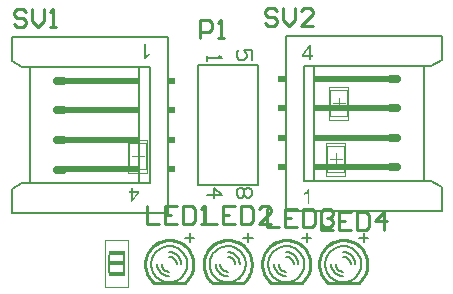
<source format=gto>
%FSTAX24Y24*%
%MOIN*%
%SFA1B1*%

%IPPOS*%
%ADD11R,0.047600X0.015900*%
%ADD12C,0.003900*%
%ADD13C,0.010000*%
%ADD14C,0.006000*%
%ADD15R,0.056000X0.014000*%
%ADD16R,0.025000X0.024000*%
%ADD17C,0.002000*%
%ADD24C,0.005000*%
%ADD25C,0.026000*%
%ADD26C,0.007900*%
%ADD27C,0.008000*%
%ADD28R,0.260100X0.024000*%
%LNnode_simple-1*%
%LPD*%
G36*
X007216Y008169D02*
X007284D01*
Y008113*
X007216*
Y007994*
X007155*
Y008113*
X006939*
Y008169*
X007167Y00849*
X007216*
Y008169*
G37*
G36*
X007172Y00319D02*
X007111D01*
Y003578*
Y003577*
X007107Y003574*
X007103Y00357*
X007095Y003565*
X007088Y003559*
X007078Y003551*
X007066Y003543*
X007053Y003536*
X007052*
Y003535*
X007047Y003532*
X00704Y003528*
X007032Y003524*
X007022Y003519*
X007011Y003514*
X007Y003509*
X006989Y003505*
Y003564*
X00699*
X006992Y003565*
X006994Y003566*
X006998Y003568*
X007002Y00357*
X007007Y003573*
X007019Y00358*
X007034Y003588*
X007048Y003598*
X007063Y003609*
X007078Y003622*
X007079*
X00708Y003623*
X007082Y003625*
X007085Y003627*
X007091Y003635*
X0071Y003643*
X007108Y003653*
X007118Y003665*
X007126Y003676*
X007133Y003688*
X007172*
Y00319*
G37*
G36*
X001728Y008148D02*
X001729Y008149D01*
X001732Y008152*
X001737Y008156*
X001744Y008161*
X001752Y008168*
X001762Y008175*
X001773Y008183*
X001786Y008191*
X001787*
X001788*
X001792Y008194*
X001799Y008198*
X001808Y008202*
X001818Y008207*
X001828Y008212*
X001839Y008217*
X00185Y008222*
Y008163*
X001849*
X001848Y008161*
X001845*
X001841Y008159*
X001837Y008156*
X001832Y008153*
X00182Y008146*
X001806Y008138*
X001791Y008128*
X001776Y008117*
X001761Y008105*
X00176Y008104*
Y008103*
X001758Y008101*
X001755Y008099*
X001748Y008092*
X00174Y008083*
X001731Y008073*
X001722Y008062*
X001714Y00805*
X001707Y008038*
X001667*
Y008536*
X001728*
Y008148*
G37*
G36*
X001284Y003631D02*
X0015D01*
Y003575*
X001273Y003254*
X001223*
Y003575*
X001156*
Y003631*
X001223*
Y00375*
X001284*
Y003631*
G37*
%LNnode_simple-2*%
%LPC*%
G36*
X00144Y003575D02*
X001284D01*
Y003353*
X00144Y003575*
G37*
G36*
X007155Y008391D02*
X006999Y008169D01*
X007155*
Y008391*
G37*
%LNnode_simple-3*%
%LPD*%
G54D11*
X000752Y001225D03*
G54D12*
X008435Y006122D02*
Y006988D01*
X007865Y006122D02*
Y006988D01*
Y006122D02*
X008435D01*
X007865Y006988D02*
X008435D01*
X008335Y004262D02*
Y005128D01*
X007765Y004262D02*
Y005128D01*
Y004262D02*
X008335D01*
X007765Y005128D02*
X008335D01*
X001735Y004367D02*
Y005233D01*
X001165Y004367D02*
Y005233D01*
Y004367D02*
X001735D01*
X001165Y005233D02*
X001735D01*
X007953Y006555D02*
X008347D01*
X00815Y006358D02*
Y006752D01*
X008465Y006004D02*
Y007106D01*
X007835Y006004D02*
Y007106D01*
Y006004D02*
X008465D01*
X007835Y007106D02*
X008465D01*
X007853Y004695D02*
X008247D01*
X00805Y004498D02*
Y004892D01*
X008365Y004144D02*
Y005246D01*
X007735Y004144D02*
Y005246D01*
Y004144D02*
X008365D01*
X007735Y005246D02*
X008365D01*
X001253Y0048D02*
X001647D01*
X00145Y004603D02*
Y004997D01*
X001765Y004249D02*
Y005351D01*
X001135Y004249D02*
Y005351D01*
Y004249D02*
X001765D01*
X001135Y005351D02*
X001765D01*
G54D13*
X007903Y001895D02*
D01*
X007855Y001865*
X00781Y001832*
X007767Y001797*
X007726Y001758*
X007689Y001717*
X007654Y001673*
X007623Y001627*
X007595Y001579*
X00757Y001528*
X007549Y001477*
X007531Y001424*
X007517Y00137*
X007507Y001315*
X007501Y001259*
X007499Y001203*
X0075Y0012*
D01*
X007501Y001143*
X007507Y001087*
X007516Y001031*
X007529Y000976*
X007547Y000922*
X007567Y00087*
X007592Y000819*
X00762Y00077*
X007651Y000722*
X007686Y000678*
X007723Y000635*
X007764Y000596*
X007783Y00058*
X0091Y0012D02*
D01*
X009098Y001255*
X009092Y001311*
X009083Y001365*
X009069Y00142*
X009052Y001473*
X009032Y001524*
X009008Y001574*
X00898Y001623*
X008949Y001669*
X008915Y001713*
X008878Y001755*
X008838Y001794*
X008795Y001829*
X00875Y001862*
X008703Y001892*
X00868Y001906*
X00882Y00058D02*
D01*
X008861Y000617*
X008899Y000658*
X008935Y000701*
X008967Y000747*
X008996Y000795*
X009022Y000844*
X009044Y000896*
X009063Y000949*
X009078Y001003*
X009089Y001058*
X009096Y001113*
X009099Y001169*
X0091Y0012*
X006003Y001895D02*
D01*
X005955Y001865*
X00591Y001832*
X005867Y001797*
X005826Y001758*
X005789Y001717*
X005754Y001673*
X005723Y001627*
X005695Y001579*
X00567Y001528*
X005649Y001477*
X005631Y001424*
X005617Y00137*
X005607Y001315*
X005601Y001259*
X005599Y001203*
X0056Y0012*
D01*
X005601Y001143*
X005607Y001087*
X005616Y001031*
X005629Y000976*
X005647Y000922*
X005667Y00087*
X005692Y000819*
X00572Y00077*
X005751Y000722*
X005786Y000678*
X005823Y000635*
X005864Y000596*
X005883Y00058*
X0072Y0012D02*
D01*
X007198Y001255*
X007192Y001311*
X007183Y001365*
X007169Y00142*
X007152Y001473*
X007132Y001524*
X007108Y001574*
X00708Y001623*
X007049Y001669*
X007015Y001713*
X006978Y001755*
X006938Y001794*
X006895Y001829*
X00685Y001862*
X006803Y001892*
X00678Y001906*
X00692Y00058D02*
D01*
X006961Y000617*
X006999Y000658*
X007035Y000701*
X007067Y000747*
X007096Y000795*
X007122Y000844*
X007144Y000896*
X007163Y000949*
X007178Y001003*
X007189Y001058*
X007196Y001113*
X007199Y001169*
X0072Y0012*
X004053Y001895D02*
D01*
X004005Y001865*
X00396Y001832*
X003917Y001797*
X003876Y001758*
X003839Y001717*
X003804Y001673*
X003773Y001627*
X003745Y001579*
X00372Y001528*
X003699Y001477*
X003681Y001424*
X003667Y00137*
X003657Y001315*
X003651Y001259*
X003649Y001203*
X00365Y0012*
D01*
X003651Y001143*
X003657Y001087*
X003666Y001031*
X003679Y000976*
X003697Y000922*
X003717Y00087*
X003742Y000819*
X00377Y00077*
X003801Y000722*
X003836Y000678*
X003873Y000635*
X003914Y000596*
X003933Y00058*
X00525Y0012D02*
D01*
X005248Y001255*
X005242Y001311*
X005233Y001365*
X005219Y00142*
X005202Y001473*
X005182Y001524*
X005158Y001574*
X00513Y001623*
X005099Y001669*
X005065Y001713*
X005028Y001755*
X004988Y001794*
X004945Y001829*
X0049Y001862*
X004853Y001892*
X00483Y001906*
X00497Y00058D02*
D01*
X005011Y000617*
X005049Y000658*
X005085Y000701*
X005117Y000747*
X005146Y000795*
X005172Y000844*
X005194Y000896*
X005213Y000949*
X005228Y001003*
X005239Y001058*
X005246Y001113*
X005249Y001169*
X00525Y0012*
X002103Y001895D02*
D01*
X002055Y001865*
X00201Y001832*
X001967Y001797*
X001926Y001758*
X001889Y001717*
X001854Y001673*
X001823Y001627*
X001795Y001579*
X00177Y001528*
X001749Y001477*
X001731Y001424*
X001717Y00137*
X001707Y001315*
X001701Y001259*
X001699Y001203*
X0017Y0012*
D01*
X001701Y001143*
X001707Y001087*
X001716Y001031*
X001729Y000976*
X001747Y000922*
X001767Y00087*
X001792Y000819*
X00182Y00077*
X001851Y000722*
X001886Y000678*
X001923Y000635*
X001964Y000596*
X001983Y00058*
X0033Y0012D02*
D01*
X003298Y001255*
X003292Y001311*
X003283Y001365*
X003269Y00142*
X003252Y001473*
X003232Y001524*
X003208Y001574*
X00318Y001623*
X003149Y001669*
X003115Y001713*
X003078Y001755*
X003038Y001794*
X002995Y001829*
X00295Y001862*
X002903Y001892*
X00288Y001906*
X00302Y00058D02*
D01*
X003061Y000617*
X003099Y000658*
X003135Y000701*
X003167Y000747*
X003196Y000795*
X003222Y000844*
X003244Y000896*
X003263Y000949*
X003278Y001003*
X003289Y001058*
X003296Y001113*
X003299Y001169*
X0033Y0012*
X00755Y00295D02*
Y00235D01*
X00795*
X00855Y00295D02*
X00815D01*
Y00235*
X00855*
X00815Y00265D02*
X00835D01*
X00875Y00295D02*
Y00235D01*
X00905*
X009149Y00245*
Y00285*
X00905Y00295*
X00875*
X009649Y00235D02*
Y00295D01*
X009349Y00265*
X009749*
X00575Y00305D02*
Y00245D01*
X00615*
X00675Y00305D02*
X00635D01*
Y00245*
X00675*
X00635Y00275D02*
X00655D01*
X00695Y00305D02*
Y00245D01*
X00725*
X007349Y00255*
Y00295*
X00725Y00305*
X00695*
X007549Y00295D02*
X007649Y00305D01*
X007849*
X007949Y00295*
Y00285*
X007849Y00275*
X007749*
X007849*
X007949Y00265*
Y00255*
X007849Y00245*
X007649*
X007549Y00255*
X-00228Y00959D02*
X-00238Y00969D01*
X-00258*
X-00268Y00959*
Y00949*
X-00258Y00939*
X-00238*
X-00228Y00929*
Y00919*
X-00238Y00909*
X-00258*
X-00268Y00919*
X-00208Y00969D02*
Y00929D01*
X-00188Y00909*
X-00168Y00929*
Y00969*
X-00148Y00909D02*
X-00128D01*
X-00138*
Y00969*
X-00148Y00959*
X0061Y00964D02*
X006Y00974D01*
X0058*
X0057Y00964*
Y00954*
X0058Y00944*
X006*
X0061Y00934*
Y00924*
X006Y00914*
X0058*
X0057Y00924*
X0063Y00974D02*
Y00934D01*
X0065Y00914*
X0067Y00934*
Y00974*
X007299Y00914D02*
X0069D01*
X007299Y00954*
Y00964*
X0072Y00974*
X007*
X0069Y00964*
X0037Y00314D02*
Y00254D01*
X0041*
X0047Y00314D02*
X0043D01*
Y00254*
X0047*
X0043Y00284D02*
X0045D01*
X0049Y00314D02*
Y00254D01*
X0052*
X005299Y00264*
Y00304*
X0052Y00314*
X0049*
X005899Y00254D02*
X005499D01*
X005899Y00294*
Y00304*
X005799Y00314*
X005599*
X005499Y00304*
X00175Y00314D02*
Y00254D01*
X00215*
X00275Y00314D02*
X00235D01*
Y00254*
X00275*
X00235Y00284D02*
X00255D01*
X00295Y00314D02*
Y00254D01*
X00325*
X003349Y00264*
Y00304*
X00325Y00314*
X00295*
X003549Y00254D02*
X003749D01*
X003649*
Y00314*
X003549Y00304*
X00351Y00873D02*
Y00933D01*
X00381*
X00391Y00923*
Y00903*
X00381Y00893*
X00351*
X00411Y00873D02*
X00431D01*
X00421*
Y00933*
X00411Y00923*
X0083Y002D02*
D01*
X008244Y001998*
X008188Y001992*
X008133Y001982*
X008079Y001969*
X008026Y001951*
X007974Y00193*
X007924Y001906*
X007881Y001881*
X00868Y001904D02*
D01*
X008629Y001928*
X008578Y00195*
X008524Y001967*
X00847Y001981*
X008415Y001991*
X008359Y001997*
X008304Y001999*
X0083Y002*
X0064D02*
D01*
X006344Y001998*
X006288Y001992*
X006233Y001982*
X006179Y001969*
X006126Y001951*
X006074Y00193*
X006024Y001906*
X005981Y001881*
X00678Y001904D02*
D01*
X006729Y001928*
X006678Y00195*
X006624Y001967*
X00657Y001981*
X006515Y001991*
X006459Y001997*
X006404Y001999*
X0064Y002*
X00445D02*
D01*
X004394Y001998*
X004338Y001992*
X004283Y001982*
X004229Y001969*
X004176Y001951*
X004124Y00193*
X004074Y001906*
X004031Y001881*
X00483Y001904D02*
D01*
X004779Y001928*
X004728Y00195*
X004674Y001967*
X00462Y001981*
X004565Y001991*
X004509Y001997*
X004454Y001999*
X00445Y002*
X0025D02*
D01*
X002444Y001998*
X002388Y001992*
X002333Y001982*
X002279Y001969*
X002226Y001951*
X002174Y00193*
X002124Y001906*
X002081Y001881*
X00288Y001904D02*
D01*
X002829Y001928*
X002778Y00195*
X002724Y001967*
X00267Y001981*
X002615Y001991*
X002559Y001997*
X002504Y001999*
X0025Y002*
X0078Y00058D02*
X0088D01*
X0059D02*
X0069D01*
X00395D02*
X00495D01*
X002D02*
X003D01*
G54D14*
X007932Y001674D02*
D01*
X007899Y001647*
X007869Y001618*
X007841Y001587*
X007815Y001554*
X007792Y001519*
X007771Y001483*
X007752Y001445*
X007736Y001406*
X007723Y001367*
X007713Y001326*
X007706Y001285*
X007701Y001243*
X007699Y001201*
X0077Y0012*
D01*
X007701Y001157*
X007705Y001115*
X007712Y001073*
X007722Y001032*
X007735Y000992*
X007751Y000952*
X007769Y000914*
X00779Y000877*
X007814Y000842*
X00784Y000809*
X007868Y000777*
X007898Y000747*
X00793Y00072*
X007932Y00072*
X0089Y0012D02*
D01*
X008898Y001241*
X008894Y001283*
X008886Y001324*
X008876Y001365*
X008863Y001405*
X008848Y001444*
X008829Y001481*
X008808Y001517*
X008785Y001552*
X008759Y001585*
X008731Y001616*
X008701Y001645*
X008669Y001672*
X00866Y00168*
X00865Y00071D02*
D01*
X008683Y000735*
X008714Y000763*
X008743Y000793*
X00877Y000825*
X008795Y000859*
X008818Y000894*
X008838Y000931*
X008855Y00097*
X008869Y001009*
X008881Y001049*
X00889Y00109*
X008896Y001132*
X008899Y001174*
X0089Y0012*
X006032Y001674D02*
D01*
X005999Y001647*
X005969Y001618*
X005941Y001587*
X005915Y001554*
X005892Y001519*
X005871Y001483*
X005852Y001445*
X005836Y001406*
X005823Y001367*
X005813Y001326*
X005806Y001285*
X005801Y001243*
X005799Y001201*
X0058Y0012*
D01*
X005801Y001157*
X005805Y001115*
X005812Y001073*
X005822Y001032*
X005835Y000992*
X005851Y000952*
X005869Y000914*
X00589Y000877*
X005914Y000842*
X00594Y000809*
X005968Y000777*
X005998Y000747*
X00603Y00072*
X006032Y00072*
X007Y0012D02*
D01*
X006998Y001241*
X006994Y001283*
X006986Y001324*
X006976Y001365*
X006963Y001405*
X006948Y001444*
X006929Y001481*
X006908Y001517*
X006885Y001552*
X006859Y001585*
X006831Y001616*
X006801Y001645*
X006769Y001672*
X00676Y00168*
X00675Y00071D02*
D01*
X006783Y000735*
X006814Y000763*
X006843Y000793*
X00687Y000825*
X006895Y000859*
X006918Y000894*
X006938Y000931*
X006955Y00097*
X006969Y001009*
X006981Y001049*
X00699Y00109*
X006996Y001132*
X006999Y001174*
X007Y0012*
X004082Y001674D02*
D01*
X004049Y001647*
X004019Y001618*
X003991Y001587*
X003965Y001554*
X003942Y001519*
X003921Y001483*
X003902Y001445*
X003886Y001406*
X003873Y001367*
X003863Y001326*
X003856Y001285*
X003851Y001243*
X003849Y001201*
X00385Y0012*
D01*
X003851Y001157*
X003855Y001115*
X003862Y001073*
X003872Y001032*
X003885Y000992*
X003901Y000952*
X003919Y000914*
X00394Y000877*
X003964Y000842*
X00399Y000809*
X004018Y000777*
X004048Y000747*
X00408Y00072*
X004082Y00072*
X00505Y0012D02*
D01*
X005048Y001241*
X005044Y001283*
X005036Y001324*
X005026Y001365*
X005013Y001405*
X004998Y001444*
X004979Y001481*
X004958Y001517*
X004935Y001552*
X004909Y001585*
X004881Y001616*
X004851Y001645*
X004819Y001672*
X00481Y00168*
X0048Y00071D02*
D01*
X004833Y000735*
X004864Y000763*
X004893Y000793*
X00492Y000825*
X004945Y000859*
X004968Y000894*
X004988Y000931*
X005005Y00097*
X005019Y001009*
X005031Y001049*
X00504Y00109*
X005046Y001132*
X005049Y001174*
X00505Y0012*
X002132Y001674D02*
D01*
X002099Y001647*
X002069Y001618*
X002041Y001587*
X002015Y001554*
X001992Y001519*
X001971Y001483*
X001952Y001445*
X001936Y001406*
X001923Y001367*
X001913Y001326*
X001906Y001285*
X001901Y001243*
X001899Y001201*
X0019Y0012*
D01*
X001901Y001157*
X001905Y001115*
X001912Y001073*
X001922Y001032*
X001935Y000992*
X001951Y000952*
X001969Y000914*
X00199Y000877*
X002014Y000842*
X00204Y000809*
X002068Y000777*
X002098Y000747*
X00213Y00072*
X002132Y00072*
X0031Y0012D02*
D01*
X003098Y001241*
X003094Y001283*
X003086Y001324*
X003076Y001365*
X003063Y001405*
X003048Y001444*
X003029Y001481*
X003008Y001517*
X002985Y001552*
X002959Y001585*
X002931Y001616*
X002901Y001645*
X002869Y001672*
X00286Y00168*
X00285Y00071D02*
D01*
X002883Y000735*
X002914Y000763*
X002943Y000793*
X00297Y000825*
X002995Y000859*
X003018Y000894*
X003038Y000931*
X003055Y00097*
X003069Y001009*
X003081Y001049*
X00309Y00109*
X003096Y001132*
X003099Y001174*
X0031Y0012*
X00245Y002913D02*
Y003953D01*
Y004743D02*
Y004953D01*
Y005733D02*
Y005936D01*
Y006716D02*
Y006916D01*
Y007696D02*
Y008756D01*
X-002751Y007966D02*
Y008756D01*
X00245*
X-002401Y003913D02*
X-002151D01*
X-002751Y003713D02*
X-002401Y003913D01*
X-002751Y002913D02*
Y003713D01*
Y002913D02*
X00245D01*
X-002151Y003913D02*
X0015D01*
X00185*
X-002151D02*
Y007766D01*
X0015*
X-002401D02*
X-002151D01*
X0015D02*
X00185D01*
X0015Y003913D02*
Y007766D01*
X-002751Y007966D02*
X-002401Y007766D01*
X00185Y003913D02*
Y007766D01*
X006389Y007774D02*
Y008814D01*
Y006774D02*
Y006983D01*
Y00579D02*
Y005994D01*
Y00481D02*
Y00501D01*
Y00297D02*
Y00403D01*
X01159Y00297D02*
Y00376D01*
X006389Y00297D02*
X01159D01*
X01099Y007814D02*
X01124D01*
X01159Y008014*
Y008814*
X006389D02*
X01159D01*
X007339Y007814D02*
X01099D01*
X006989D02*
X007339D01*
X01099Y00396D02*
Y007814D01*
X007339Y00396D02*
X01099D01*
X01124*
X006989D02*
X007339D01*
Y007814*
X01124Y00396D02*
X01159Y00376D01*
X006989Y00396D02*
Y007814D01*
X0079Y0012D02*
D01*
X0079Y001172*
X007903Y001144*
X007908Y001116*
X007915Y001089*
X007924Y001063*
X007934Y001037*
X007946Y001012*
X00796Y000988*
X007976Y000964*
X007993Y000942*
X008012Y000922*
X008032Y000902*
X008053Y000884*
X008076Y000868*
X0081Y000853*
X008124Y00084*
X00815Y000829*
X008176Y000819*
X008203Y000811*
X00823Y000806*
X008258Y000802*
X008286Y0008*
X0083Y0008*
X00805Y0012D02*
D01*
X00805Y001182*
X008052Y001165*
X008055Y001148*
X008059Y001131*
X008065Y001114*
X008071Y001098*
X008079Y001082*
X008087Y001067*
X008097Y001053*
X008108Y001039*
X00812Y001026*
X008132Y001014*
X008146Y001002*
X00816Y000992*
X008175Y000983*
X00819Y000975*
X008206Y000968*
X008222Y000962*
X008239Y000957*
X008256Y000953*
X008273Y000951*
X008291Y00095*
X0083Y00095*
X0087Y0012D02*
D01*
X008699Y001227*
X008696Y001255*
X008691Y001283*
X008684Y00131*
X008675Y001336*
X008665Y001362*
X008653Y001387*
X008639Y001411*
X008623Y001435*
X008606Y001457*
X008587Y001477*
X008567Y001497*
X008546Y001515*
X008523Y001531*
X0085Y001546*
X008475Y001559*
X008449Y00157*
X008423Y00158*
X008396Y001588*
X008369Y001593*
X008341Y001597*
X008313Y001599*
X0083Y0016*
X00855Y0012D02*
D01*
X008549Y001217*
X008547Y001234*
X008544Y001251*
X00854Y001268*
X008534Y001285*
X008528Y001301*
X00852Y001317*
X008512Y001332*
X008502Y001346*
X008491Y00136*
X008479Y001373*
X008467Y001385*
X008453Y001397*
X008439Y001407*
X008425Y001416*
X008409Y001424*
X008393Y001431*
X008377Y001437*
X00836Y001442*
X008343Y001446*
X008326Y001448*
X008308Y001449*
X0083Y00145*
X007916Y00073D02*
D01*
X007949Y000705*
X007984Y000682*
X00802Y000662*
X008058Y000645*
X008097Y00063*
X008137Y000618*
X008177Y000609*
X008218Y000603*
X00826Y0006*
X0083Y0006*
D01*
X008342Y0006*
X008385Y000604*
X008427Y000611*
X008468Y00062*
X008509Y000633*
X008549Y000648*
X008588Y000666*
X008625Y000687*
X008661Y00071*
X008695Y000735*
X0087Y00074*
X0083Y0018D02*
D01*
X008258Y001798*
X008216Y001794*
X008175Y001786*
X008134Y001776*
X008094Y001763*
X008055Y001748*
X008018Y001729*
X007982Y001708*
X007947Y001685*
X007914Y001659*
X007901Y001648*
X00869Y001661D02*
D01*
X008656Y001686*
X00862Y00171*
X008584Y001731*
X008545Y001749*
X008506Y001765*
X008465Y001777*
X008424Y001787*
X008382Y001794*
X00834Y001798*
X0083Y0018*
X006Y0012D02*
D01*
X006Y001172*
X006003Y001144*
X006008Y001116*
X006015Y001089*
X006024Y001063*
X006034Y001037*
X006046Y001012*
X00606Y000988*
X006076Y000964*
X006093Y000942*
X006112Y000922*
X006132Y000902*
X006153Y000884*
X006176Y000868*
X0062Y000853*
X006224Y00084*
X00625Y000829*
X006276Y000819*
X006303Y000811*
X00633Y000806*
X006358Y000802*
X006386Y0008*
X0064Y0008*
X00615Y0012D02*
D01*
X00615Y001182*
X006152Y001165*
X006155Y001148*
X006159Y001131*
X006165Y001114*
X006171Y001098*
X006179Y001082*
X006187Y001067*
X006197Y001053*
X006208Y001039*
X00622Y001026*
X006232Y001014*
X006246Y001002*
X00626Y000992*
X006275Y000983*
X00629Y000975*
X006306Y000968*
X006322Y000962*
X006339Y000957*
X006356Y000953*
X006373Y000951*
X006391Y00095*
X0064Y00095*
X0068Y0012D02*
D01*
X006799Y001227*
X006796Y001255*
X006791Y001283*
X006784Y00131*
X006775Y001336*
X006765Y001362*
X006753Y001387*
X006739Y001411*
X006723Y001435*
X006706Y001457*
X006687Y001477*
X006667Y001497*
X006646Y001515*
X006623Y001531*
X0066Y001546*
X006575Y001559*
X006549Y00157*
X006523Y00158*
X006496Y001588*
X006469Y001593*
X006441Y001597*
X006413Y001599*
X0064Y0016*
X00665Y0012D02*
D01*
X006649Y001217*
X006647Y001234*
X006644Y001251*
X00664Y001268*
X006634Y001285*
X006628Y001301*
X00662Y001317*
X006612Y001332*
X006602Y001346*
X006591Y00136*
X006579Y001373*
X006567Y001385*
X006553Y001397*
X006539Y001407*
X006525Y001416*
X006509Y001424*
X006493Y001431*
X006477Y001437*
X00646Y001442*
X006443Y001446*
X006426Y001448*
X006408Y001449*
X0064Y00145*
X006016Y00073D02*
D01*
X006049Y000705*
X006084Y000682*
X00612Y000662*
X006158Y000645*
X006197Y00063*
X006237Y000618*
X006277Y000609*
X006318Y000603*
X00636Y0006*
X0064Y0006*
D01*
X006442Y0006*
X006485Y000604*
X006527Y000611*
X006568Y00062*
X006609Y000633*
X006649Y000648*
X006688Y000666*
X006725Y000687*
X006761Y00071*
X006795Y000735*
X0068Y00074*
X0064Y0018D02*
D01*
X006358Y001798*
X006316Y001794*
X006275Y001786*
X006234Y001776*
X006194Y001763*
X006155Y001748*
X006118Y001729*
X006082Y001708*
X006047Y001685*
X006014Y001659*
X006001Y001648*
X00679Y001661D02*
D01*
X006756Y001686*
X00672Y00171*
X006684Y001731*
X006645Y001749*
X006606Y001765*
X006565Y001777*
X006524Y001787*
X006482Y001794*
X00644Y001798*
X0064Y0018*
X00405Y0012D02*
D01*
X00405Y001172*
X004053Y001144*
X004058Y001116*
X004065Y001089*
X004074Y001063*
X004084Y001037*
X004096Y001012*
X00411Y000988*
X004126Y000964*
X004143Y000942*
X004162Y000922*
X004182Y000902*
X004203Y000884*
X004226Y000868*
X00425Y000853*
X004274Y00084*
X0043Y000829*
X004326Y000819*
X004353Y000811*
X00438Y000806*
X004408Y000802*
X004436Y0008*
X00445Y0008*
X0042Y0012D02*
D01*
X0042Y001182*
X004202Y001165*
X004205Y001148*
X004209Y001131*
X004215Y001114*
X004221Y001098*
X004229Y001082*
X004237Y001067*
X004247Y001053*
X004258Y001039*
X00427Y001026*
X004282Y001014*
X004296Y001002*
X00431Y000992*
X004325Y000983*
X00434Y000975*
X004356Y000968*
X004372Y000962*
X004389Y000957*
X004406Y000953*
X004423Y000951*
X004441Y00095*
X00445Y00095*
X00485Y0012D02*
D01*
X004849Y001227*
X004846Y001255*
X004841Y001283*
X004834Y00131*
X004825Y001336*
X004815Y001362*
X004803Y001387*
X004789Y001411*
X004773Y001435*
X004756Y001457*
X004737Y001477*
X004717Y001497*
X004696Y001515*
X004673Y001531*
X00465Y001546*
X004625Y001559*
X004599Y00157*
X004573Y00158*
X004546Y001588*
X004519Y001593*
X004491Y001597*
X004463Y001599*
X00445Y0016*
X0047Y0012D02*
D01*
X004699Y001217*
X004697Y001234*
X004694Y001251*
X00469Y001268*
X004684Y001285*
X004678Y001301*
X00467Y001317*
X004662Y001332*
X004652Y001346*
X004641Y00136*
X004629Y001373*
X004617Y001385*
X004603Y001397*
X004589Y001407*
X004575Y001416*
X004559Y001424*
X004543Y001431*
X004527Y001437*
X00451Y001442*
X004493Y001446*
X004476Y001448*
X004458Y001449*
X00445Y00145*
X004066Y00073D02*
D01*
X004099Y000705*
X004134Y000682*
X00417Y000662*
X004208Y000645*
X004247Y00063*
X004287Y000618*
X004327Y000609*
X004368Y000603*
X00441Y0006*
X00445Y0006*
D01*
X004492Y0006*
X004535Y000604*
X004577Y000611*
X004618Y00062*
X004659Y000633*
X004699Y000648*
X004738Y000666*
X004775Y000687*
X004811Y00071*
X004845Y000735*
X00485Y00074*
X00445Y0018D02*
D01*
X004408Y001798*
X004366Y001794*
X004325Y001786*
X004284Y001776*
X004244Y001763*
X004205Y001748*
X004168Y001729*
X004132Y001708*
X004097Y001685*
X004064Y001659*
X004051Y001648*
X00484Y001661D02*
D01*
X004806Y001686*
X00477Y00171*
X004734Y001731*
X004695Y001749*
X004656Y001765*
X004615Y001777*
X004574Y001787*
X004532Y001794*
X00449Y001798*
X00445Y0018*
X0021Y0012D02*
D01*
X0021Y001172*
X002103Y001144*
X002108Y001116*
X002115Y001089*
X002124Y001063*
X002134Y001037*
X002146Y001012*
X00216Y000988*
X002176Y000964*
X002193Y000942*
X002212Y000922*
X002232Y000902*
X002253Y000884*
X002276Y000868*
X0023Y000853*
X002324Y00084*
X00235Y000829*
X002376Y000819*
X002403Y000811*
X00243Y000806*
X002458Y000802*
X002486Y0008*
X0025Y0008*
X00225Y0012D02*
D01*
X00225Y001182*
X002252Y001165*
X002255Y001148*
X002259Y001131*
X002265Y001114*
X002271Y001098*
X002279Y001082*
X002287Y001067*
X002297Y001053*
X002308Y001039*
X00232Y001026*
X002332Y001014*
X002346Y001002*
X00236Y000992*
X002375Y000983*
X00239Y000975*
X002406Y000968*
X002422Y000962*
X002439Y000957*
X002456Y000953*
X002473Y000951*
X002491Y00095*
X0025Y00095*
X0029Y0012D02*
D01*
X002899Y001227*
X002896Y001255*
X002891Y001283*
X002884Y00131*
X002875Y001336*
X002865Y001362*
X002853Y001387*
X002839Y001411*
X002823Y001435*
X002806Y001457*
X002787Y001477*
X002767Y001497*
X002746Y001515*
X002723Y001531*
X0027Y001546*
X002675Y001559*
X002649Y00157*
X002623Y00158*
X002596Y001588*
X002569Y001593*
X002541Y001597*
X002513Y001599*
X0025Y0016*
X00275Y0012D02*
D01*
X002749Y001217*
X002747Y001234*
X002744Y001251*
X00274Y001268*
X002734Y001285*
X002728Y001301*
X00272Y001317*
X002712Y001332*
X002702Y001346*
X002691Y00136*
X002679Y001373*
X002667Y001385*
X002653Y001397*
X002639Y001407*
X002625Y001416*
X002609Y001424*
X002593Y001431*
X002577Y001437*
X00256Y001442*
X002543Y001446*
X002526Y001448*
X002508Y001449*
X0025Y00145*
X002116Y00073D02*
D01*
X002149Y000705*
X002184Y000682*
X00222Y000662*
X002258Y000645*
X002297Y00063*
X002337Y000618*
X002377Y000609*
X002418Y000603*
X00246Y0006*
X0025Y0006*
D01*
X002542Y0006*
X002585Y000604*
X002627Y000611*
X002668Y00062*
X002709Y000633*
X002749Y000648*
X002788Y000666*
X002825Y000687*
X002861Y00071*
X002895Y000735*
X0029Y00074*
X0025Y0018D02*
D01*
X002458Y001798*
X002416Y001794*
X002375Y001786*
X002334Y001776*
X002294Y001763*
X002255Y001748*
X002218Y001729*
X002182Y001708*
X002147Y001685*
X002114Y001659*
X002101Y001648*
X00289Y001661D02*
D01*
X002856Y001686*
X00282Y00171*
X002784Y001731*
X002745Y001749*
X002706Y001765*
X002665Y001777*
X002624Y001787*
X002582Y001794*
X00254Y001798*
X0025Y0018*
X0005Y000944D02*
Y001504D01*
X001Y000944D02*
Y001504D01*
X00245Y003963D02*
Y004743D01*
Y004953D02*
Y005733D01*
Y005936D02*
Y006716D01*
Y006916D02*
Y007696D01*
X006389Y006983D02*
Y007764D01*
Y005994D02*
Y006774D01*
Y00501D02*
Y00579D01*
Y00403D02*
Y00481D01*
G54D15*
X00075Y001564D03*
Y000884D03*
G54D16*
X002575Y004353D03*
Y005333D03*
Y006326D03*
Y007306D03*
X006264Y007374D03*
Y006394D03*
Y0054D03*
Y00442D03*
G54D17*
X000363Y002004D02*
X00114D01*
X000363Y000447D02*
X00114D01*
X000363D02*
Y002004D01*
X00114Y000447D02*
Y002004D01*
G54D24*
X00882Y00208D02*
X00913D01*
X00898Y00193D02*
Y00222D01*
X00692Y00208D02*
X00723D01*
X00708Y00193D02*
Y00222D01*
X00497Y00208D02*
X00528D01*
X00513Y00193D02*
Y00222D01*
X00302Y00208D02*
X00333D01*
X00318Y00193D02*
Y00222D01*
G54D25*
X-001251Y00435D02*
X-001051D01*
X-001251Y005333D02*
X-001051D01*
X-001251Y006326D02*
X-001051D01*
X-001251Y007306D02*
X-001051D01*
X00989Y007376D02*
X01009D01*
X00989Y006394D02*
X01009D01*
X00989Y0054D02*
X01009D01*
X00989Y00442D02*
X01009D01*
G54D26*
X00345Y00385D02*
Y00785D01*
X00545*
Y00385D02*
Y00785D01*
X00345Y00385D02*
X00545D01*
G54D27*
X00525Y008017D02*
Y00835D01*
X005*
X005083Y008183*
Y0081*
X005Y008017*
X004833*
X00475Y0081*
Y008267*
X004833Y00835*
X00375Y00815D02*
Y007983D01*
Y008067*
X00425*
X004167Y00815*
X00375Y0035D02*
X00425D01*
X004Y00375*
Y003417*
X005167Y00375D02*
X00525Y003667D01*
Y0035*
X005167Y003417*
X005083*
X005Y0035*
X004917Y003417*
X004833*
X00475Y0035*
Y003667*
X004833Y00375*
X004917*
X005Y003667*
X005083Y00375*
X005167*
X005Y003667D02*
Y0035D01*
G54D28*
X0002Y004353D03*
Y005333D03*
Y006326D03*
Y007306D03*
X00864Y007374D03*
Y006394D03*
Y0054D03*
Y00442D03*
M02*
</source>
